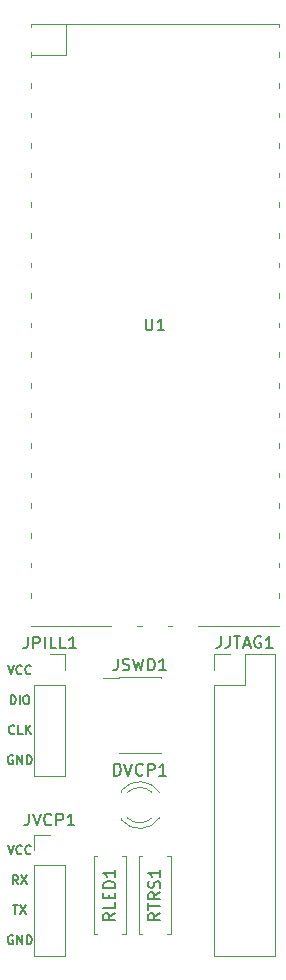
<source format=gbr>
%TF.GenerationSoftware,KiCad,Pcbnew,(6.0.6)*%
%TF.CreationDate,2022-08-06T18:53:41-04:00*%
%TF.ProjectId,freedap-pico,66726565-6461-4702-9d70-69636f2e6b69,rev?*%
%TF.SameCoordinates,Original*%
%TF.FileFunction,Legend,Top*%
%TF.FilePolarity,Positive*%
%FSLAX46Y46*%
G04 Gerber Fmt 4.6, Leading zero omitted, Abs format (unit mm)*
G04 Created by KiCad (PCBNEW (6.0.6)) date 2022-08-06 18:53:41*
%MOMM*%
%LPD*%
G01*
G04 APERTURE LIST*
%ADD10C,0.152400*%
%ADD11C,0.150000*%
%ADD12C,0.120000*%
G04 APERTURE END LIST*
D10*
X44323000Y-108294714D02*
X44069000Y-107931857D01*
X43887571Y-108294714D02*
X43887571Y-107532714D01*
X44177857Y-107532714D01*
X44250428Y-107569000D01*
X44286714Y-107605285D01*
X44323000Y-107677857D01*
X44323000Y-107786714D01*
X44286714Y-107859285D01*
X44250428Y-107895571D01*
X44177857Y-107931857D01*
X43887571Y-107931857D01*
X44577000Y-107532714D02*
X45085000Y-108294714D01*
X45085000Y-107532714D02*
X44577000Y-108294714D01*
X43434000Y-89752714D02*
X43688000Y-90514714D01*
X43942000Y-89752714D01*
X44631428Y-90442142D02*
X44595142Y-90478428D01*
X44486285Y-90514714D01*
X44413714Y-90514714D01*
X44304857Y-90478428D01*
X44232285Y-90405857D01*
X44196000Y-90333285D01*
X44159714Y-90188142D01*
X44159714Y-90079285D01*
X44196000Y-89934142D01*
X44232285Y-89861571D01*
X44304857Y-89789000D01*
X44413714Y-89752714D01*
X44486285Y-89752714D01*
X44595142Y-89789000D01*
X44631428Y-89825285D01*
X45393428Y-90442142D02*
X45357142Y-90478428D01*
X45248285Y-90514714D01*
X45175714Y-90514714D01*
X45066857Y-90478428D01*
X44994285Y-90405857D01*
X44958000Y-90333285D01*
X44921714Y-90188142D01*
X44921714Y-90079285D01*
X44958000Y-89934142D01*
X44994285Y-89861571D01*
X45066857Y-89789000D01*
X45175714Y-89752714D01*
X45248285Y-89752714D01*
X45357142Y-89789000D01*
X45393428Y-89825285D01*
X43434000Y-104992714D02*
X43688000Y-105754714D01*
X43942000Y-104992714D01*
X44631428Y-105682142D02*
X44595142Y-105718428D01*
X44486285Y-105754714D01*
X44413714Y-105754714D01*
X44304857Y-105718428D01*
X44232285Y-105645857D01*
X44196000Y-105573285D01*
X44159714Y-105428142D01*
X44159714Y-105319285D01*
X44196000Y-105174142D01*
X44232285Y-105101571D01*
X44304857Y-105029000D01*
X44413714Y-104992714D01*
X44486285Y-104992714D01*
X44595142Y-105029000D01*
X44631428Y-105065285D01*
X45393428Y-105682142D02*
X45357142Y-105718428D01*
X45248285Y-105754714D01*
X45175714Y-105754714D01*
X45066857Y-105718428D01*
X44994285Y-105645857D01*
X44958000Y-105573285D01*
X44921714Y-105428142D01*
X44921714Y-105319285D01*
X44958000Y-105174142D01*
X44994285Y-105101571D01*
X45066857Y-105029000D01*
X45175714Y-104992714D01*
X45248285Y-104992714D01*
X45357142Y-105029000D01*
X45393428Y-105065285D01*
X43869428Y-110072714D02*
X44304857Y-110072714D01*
X44087142Y-110834714D02*
X44087142Y-110072714D01*
X44486285Y-110072714D02*
X44994285Y-110834714D01*
X44994285Y-110072714D02*
X44486285Y-110834714D01*
X43996428Y-95522142D02*
X43960142Y-95558428D01*
X43851285Y-95594714D01*
X43778714Y-95594714D01*
X43669857Y-95558428D01*
X43597285Y-95485857D01*
X43561000Y-95413285D01*
X43524714Y-95268142D01*
X43524714Y-95159285D01*
X43561000Y-95014142D01*
X43597285Y-94941571D01*
X43669857Y-94869000D01*
X43778714Y-94832714D01*
X43851285Y-94832714D01*
X43960142Y-94869000D01*
X43996428Y-94905285D01*
X44685857Y-95594714D02*
X44323000Y-95594714D01*
X44323000Y-94832714D01*
X44939857Y-95594714D02*
X44939857Y-94832714D01*
X45375285Y-95594714D02*
X45048714Y-95159285D01*
X45375285Y-94832714D02*
X44939857Y-95268142D01*
X43869428Y-112649000D02*
X43796857Y-112612714D01*
X43688000Y-112612714D01*
X43579142Y-112649000D01*
X43506571Y-112721571D01*
X43470285Y-112794142D01*
X43434000Y-112939285D01*
X43434000Y-113048142D01*
X43470285Y-113193285D01*
X43506571Y-113265857D01*
X43579142Y-113338428D01*
X43688000Y-113374714D01*
X43760571Y-113374714D01*
X43869428Y-113338428D01*
X43905714Y-113302142D01*
X43905714Y-113048142D01*
X43760571Y-113048142D01*
X44232285Y-113374714D02*
X44232285Y-112612714D01*
X44667714Y-113374714D01*
X44667714Y-112612714D01*
X45030571Y-113374714D02*
X45030571Y-112612714D01*
X45212000Y-112612714D01*
X45320857Y-112649000D01*
X45393428Y-112721571D01*
X45429714Y-112794142D01*
X45466000Y-112939285D01*
X45466000Y-113048142D01*
X45429714Y-113193285D01*
X45393428Y-113265857D01*
X45320857Y-113338428D01*
X45212000Y-113374714D01*
X45030571Y-113374714D01*
X43869428Y-97409000D02*
X43796857Y-97372714D01*
X43688000Y-97372714D01*
X43579142Y-97409000D01*
X43506571Y-97481571D01*
X43470285Y-97554142D01*
X43434000Y-97699285D01*
X43434000Y-97808142D01*
X43470285Y-97953285D01*
X43506571Y-98025857D01*
X43579142Y-98098428D01*
X43688000Y-98134714D01*
X43760571Y-98134714D01*
X43869428Y-98098428D01*
X43905714Y-98062142D01*
X43905714Y-97808142D01*
X43760571Y-97808142D01*
X44232285Y-98134714D02*
X44232285Y-97372714D01*
X44667714Y-98134714D01*
X44667714Y-97372714D01*
X45030571Y-98134714D02*
X45030571Y-97372714D01*
X45212000Y-97372714D01*
X45320857Y-97409000D01*
X45393428Y-97481571D01*
X45429714Y-97554142D01*
X45466000Y-97699285D01*
X45466000Y-97808142D01*
X45429714Y-97953285D01*
X45393428Y-98025857D01*
X45320857Y-98098428D01*
X45212000Y-98134714D01*
X45030571Y-98134714D01*
X43669857Y-93054714D02*
X43669857Y-92292714D01*
X43851285Y-92292714D01*
X43960142Y-92329000D01*
X44032714Y-92401571D01*
X44069000Y-92474142D01*
X44105285Y-92619285D01*
X44105285Y-92728142D01*
X44069000Y-92873285D01*
X44032714Y-92945857D01*
X43960142Y-93018428D01*
X43851285Y-93054714D01*
X43669857Y-93054714D01*
X44431857Y-93054714D02*
X44431857Y-92292714D01*
X44939857Y-92292714D02*
X45085000Y-92292714D01*
X45157571Y-92329000D01*
X45230142Y-92401571D01*
X45266428Y-92546714D01*
X45266428Y-92800714D01*
X45230142Y-92945857D01*
X45157571Y-93018428D01*
X45085000Y-93054714D01*
X44939857Y-93054714D01*
X44867285Y-93018428D01*
X44794714Y-92945857D01*
X44758428Y-92800714D01*
X44758428Y-92546714D01*
X44794714Y-92401571D01*
X44867285Y-92329000D01*
X44939857Y-92292714D01*
D11*
%TO.C,JPILL1*%
X45109047Y-87336380D02*
X45109047Y-88050666D01*
X45061428Y-88193523D01*
X44966190Y-88288761D01*
X44823333Y-88336380D01*
X44728095Y-88336380D01*
X45585238Y-88336380D02*
X45585238Y-87336380D01*
X45966190Y-87336380D01*
X46061428Y-87384000D01*
X46109047Y-87431619D01*
X46156666Y-87526857D01*
X46156666Y-87669714D01*
X46109047Y-87764952D01*
X46061428Y-87812571D01*
X45966190Y-87860190D01*
X45585238Y-87860190D01*
X46585238Y-88336380D02*
X46585238Y-87336380D01*
X47537619Y-88336380D02*
X47061428Y-88336380D01*
X47061428Y-87336380D01*
X48347142Y-88336380D02*
X47870952Y-88336380D01*
X47870952Y-87336380D01*
X49204285Y-88336380D02*
X48632857Y-88336380D01*
X48918571Y-88336380D02*
X48918571Y-87336380D01*
X48823333Y-87479238D01*
X48728095Y-87574476D01*
X48632857Y-87622095D01*
%TO.C,JSWD1*%
X52729047Y-89197380D02*
X52729047Y-89911666D01*
X52681428Y-90054523D01*
X52586190Y-90149761D01*
X52443333Y-90197380D01*
X52348095Y-90197380D01*
X53157619Y-90149761D02*
X53300476Y-90197380D01*
X53538571Y-90197380D01*
X53633809Y-90149761D01*
X53681428Y-90102142D01*
X53729047Y-90006904D01*
X53729047Y-89911666D01*
X53681428Y-89816428D01*
X53633809Y-89768809D01*
X53538571Y-89721190D01*
X53348095Y-89673571D01*
X53252857Y-89625952D01*
X53205238Y-89578333D01*
X53157619Y-89483095D01*
X53157619Y-89387857D01*
X53205238Y-89292619D01*
X53252857Y-89245000D01*
X53348095Y-89197380D01*
X53586190Y-89197380D01*
X53729047Y-89245000D01*
X54062380Y-89197380D02*
X54300476Y-90197380D01*
X54490952Y-89483095D01*
X54681428Y-90197380D01*
X54919523Y-89197380D01*
X55300476Y-90197380D02*
X55300476Y-89197380D01*
X55538571Y-89197380D01*
X55681428Y-89245000D01*
X55776666Y-89340238D01*
X55824285Y-89435476D01*
X55871904Y-89625952D01*
X55871904Y-89768809D01*
X55824285Y-89959285D01*
X55776666Y-90054523D01*
X55681428Y-90149761D01*
X55538571Y-90197380D01*
X55300476Y-90197380D01*
X56824285Y-90197380D02*
X56252857Y-90197380D01*
X56538571Y-90197380D02*
X56538571Y-89197380D01*
X56443333Y-89340238D01*
X56348095Y-89435476D01*
X56252857Y-89483095D01*
%TO.C,JVCP1*%
X45228095Y-102322380D02*
X45228095Y-103036666D01*
X45180476Y-103179523D01*
X45085238Y-103274761D01*
X44942380Y-103322380D01*
X44847142Y-103322380D01*
X45561428Y-102322380D02*
X45894761Y-103322380D01*
X46228095Y-102322380D01*
X47132857Y-103227142D02*
X47085238Y-103274761D01*
X46942380Y-103322380D01*
X46847142Y-103322380D01*
X46704285Y-103274761D01*
X46609047Y-103179523D01*
X46561428Y-103084285D01*
X46513809Y-102893809D01*
X46513809Y-102750952D01*
X46561428Y-102560476D01*
X46609047Y-102465238D01*
X46704285Y-102370000D01*
X46847142Y-102322380D01*
X46942380Y-102322380D01*
X47085238Y-102370000D01*
X47132857Y-102417619D01*
X47561428Y-103322380D02*
X47561428Y-102322380D01*
X47942380Y-102322380D01*
X48037619Y-102370000D01*
X48085238Y-102417619D01*
X48132857Y-102512857D01*
X48132857Y-102655714D01*
X48085238Y-102750952D01*
X48037619Y-102798571D01*
X47942380Y-102846190D01*
X47561428Y-102846190D01*
X49085238Y-103322380D02*
X48513809Y-103322380D01*
X48799523Y-103322380D02*
X48799523Y-102322380D01*
X48704285Y-102465238D01*
X48609047Y-102560476D01*
X48513809Y-102608095D01*
%TO.C,U1*%
X55118095Y-60412380D02*
X55118095Y-61221904D01*
X55165714Y-61317142D01*
X55213333Y-61364761D01*
X55308571Y-61412380D01*
X55499047Y-61412380D01*
X55594285Y-61364761D01*
X55641904Y-61317142D01*
X55689523Y-61221904D01*
X55689523Y-60412380D01*
X56689523Y-61412380D02*
X56118095Y-61412380D01*
X56403809Y-61412380D02*
X56403809Y-60412380D01*
X56308571Y-60555238D01*
X56213333Y-60650476D01*
X56118095Y-60698095D01*
%TO.C,JJTAG1*%
X61471190Y-87297380D02*
X61471190Y-88011666D01*
X61423571Y-88154523D01*
X61328333Y-88249761D01*
X61185476Y-88297380D01*
X61090238Y-88297380D01*
X62233095Y-87297380D02*
X62233095Y-88011666D01*
X62185476Y-88154523D01*
X62090238Y-88249761D01*
X61947380Y-88297380D01*
X61852142Y-88297380D01*
X62566428Y-87297380D02*
X63137857Y-87297380D01*
X62852142Y-88297380D02*
X62852142Y-87297380D01*
X63423571Y-88011666D02*
X63899761Y-88011666D01*
X63328333Y-88297380D02*
X63661666Y-87297380D01*
X63995000Y-88297380D01*
X64852142Y-87345000D02*
X64756904Y-87297380D01*
X64614047Y-87297380D01*
X64471190Y-87345000D01*
X64375952Y-87440238D01*
X64328333Y-87535476D01*
X64280714Y-87725952D01*
X64280714Y-87868809D01*
X64328333Y-88059285D01*
X64375952Y-88154523D01*
X64471190Y-88249761D01*
X64614047Y-88297380D01*
X64709285Y-88297380D01*
X64852142Y-88249761D01*
X64899761Y-88202142D01*
X64899761Y-87868809D01*
X64709285Y-87868809D01*
X65852142Y-88297380D02*
X65280714Y-88297380D01*
X65566428Y-88297380D02*
X65566428Y-87297380D01*
X65471190Y-87440238D01*
X65375952Y-87535476D01*
X65280714Y-87583095D01*
%TO.C,RLED1*%
X52522380Y-110743809D02*
X52046190Y-111077142D01*
X52522380Y-111315238D02*
X51522380Y-111315238D01*
X51522380Y-110934285D01*
X51570000Y-110839047D01*
X51617619Y-110791428D01*
X51712857Y-110743809D01*
X51855714Y-110743809D01*
X51950952Y-110791428D01*
X51998571Y-110839047D01*
X52046190Y-110934285D01*
X52046190Y-111315238D01*
X52522380Y-109839047D02*
X52522380Y-110315238D01*
X51522380Y-110315238D01*
X51998571Y-109505714D02*
X51998571Y-109172380D01*
X52522380Y-109029523D02*
X52522380Y-109505714D01*
X51522380Y-109505714D01*
X51522380Y-109029523D01*
X52522380Y-108600952D02*
X51522380Y-108600952D01*
X51522380Y-108362857D01*
X51570000Y-108220000D01*
X51665238Y-108124761D01*
X51760476Y-108077142D01*
X51950952Y-108029523D01*
X52093809Y-108029523D01*
X52284285Y-108077142D01*
X52379523Y-108124761D01*
X52474761Y-108220000D01*
X52522380Y-108362857D01*
X52522380Y-108600952D01*
X52522380Y-107077142D02*
X52522380Y-107648571D01*
X52522380Y-107362857D02*
X51522380Y-107362857D01*
X51665238Y-107458095D01*
X51760476Y-107553333D01*
X51808095Y-107648571D01*
%TO.C,DVCP1*%
X52443333Y-99092380D02*
X52443333Y-98092380D01*
X52681428Y-98092380D01*
X52824285Y-98140000D01*
X52919523Y-98235238D01*
X52967142Y-98330476D01*
X53014761Y-98520952D01*
X53014761Y-98663809D01*
X52967142Y-98854285D01*
X52919523Y-98949523D01*
X52824285Y-99044761D01*
X52681428Y-99092380D01*
X52443333Y-99092380D01*
X53300476Y-98092380D02*
X53633809Y-99092380D01*
X53967142Y-98092380D01*
X54871904Y-98997142D02*
X54824285Y-99044761D01*
X54681428Y-99092380D01*
X54586190Y-99092380D01*
X54443333Y-99044761D01*
X54348095Y-98949523D01*
X54300476Y-98854285D01*
X54252857Y-98663809D01*
X54252857Y-98520952D01*
X54300476Y-98330476D01*
X54348095Y-98235238D01*
X54443333Y-98140000D01*
X54586190Y-98092380D01*
X54681428Y-98092380D01*
X54824285Y-98140000D01*
X54871904Y-98187619D01*
X55300476Y-99092380D02*
X55300476Y-98092380D01*
X55681428Y-98092380D01*
X55776666Y-98140000D01*
X55824285Y-98187619D01*
X55871904Y-98282857D01*
X55871904Y-98425714D01*
X55824285Y-98520952D01*
X55776666Y-98568571D01*
X55681428Y-98616190D01*
X55300476Y-98616190D01*
X56824285Y-99092380D02*
X56252857Y-99092380D01*
X56538571Y-99092380D02*
X56538571Y-98092380D01*
X56443333Y-98235238D01*
X56348095Y-98330476D01*
X56252857Y-98378095D01*
%TO.C,RTRS1*%
X56332380Y-110743809D02*
X55856190Y-111077142D01*
X56332380Y-111315238D02*
X55332380Y-111315238D01*
X55332380Y-110934285D01*
X55380000Y-110839047D01*
X55427619Y-110791428D01*
X55522857Y-110743809D01*
X55665714Y-110743809D01*
X55760952Y-110791428D01*
X55808571Y-110839047D01*
X55856190Y-110934285D01*
X55856190Y-111315238D01*
X55332380Y-110458095D02*
X55332380Y-109886666D01*
X56332380Y-110172380D02*
X55332380Y-110172380D01*
X56332380Y-108981904D02*
X55856190Y-109315238D01*
X56332380Y-109553333D02*
X55332380Y-109553333D01*
X55332380Y-109172380D01*
X55380000Y-109077142D01*
X55427619Y-109029523D01*
X55522857Y-108981904D01*
X55665714Y-108981904D01*
X55760952Y-109029523D01*
X55808571Y-109077142D01*
X55856190Y-109172380D01*
X55856190Y-109553333D01*
X56284761Y-108600952D02*
X56332380Y-108458095D01*
X56332380Y-108220000D01*
X56284761Y-108124761D01*
X56237142Y-108077142D01*
X56141904Y-108029523D01*
X56046666Y-108029523D01*
X55951428Y-108077142D01*
X55903809Y-108124761D01*
X55856190Y-108220000D01*
X55808571Y-108410476D01*
X55760952Y-108505714D01*
X55713333Y-108553333D01*
X55618095Y-108600952D01*
X55522857Y-108600952D01*
X55427619Y-108553333D01*
X55380000Y-108505714D01*
X55332380Y-108410476D01*
X55332380Y-108172380D01*
X55380000Y-108029523D01*
X56332380Y-107077142D02*
X56332380Y-107648571D01*
X56332380Y-107362857D02*
X55332380Y-107362857D01*
X55475238Y-107458095D01*
X55570476Y-107553333D01*
X55618095Y-107648571D01*
D12*
%TO.C,JPILL1*%
X46990000Y-88840000D02*
X48320000Y-88840000D01*
X45660000Y-91440000D02*
X45660000Y-99120000D01*
X48320000Y-88840000D02*
X48320000Y-90170000D01*
X48320000Y-91440000D02*
X48320000Y-99120000D01*
X45660000Y-99120000D02*
X48320000Y-99120000D01*
X45660000Y-91440000D02*
X48320000Y-91440000D01*
%TO.C,JSWD1*%
X56375000Y-97150000D02*
X56375000Y-97215000D01*
X56375000Y-90745000D02*
X56375000Y-90810000D01*
X51520000Y-90810000D02*
X52845000Y-90810000D01*
X52845000Y-97215000D02*
X56375000Y-97215000D01*
X52845000Y-90745000D02*
X56375000Y-90745000D01*
X52845000Y-97150000D02*
X52845000Y-97215000D01*
X52845000Y-90745000D02*
X52845000Y-90810000D01*
%TO.C,JVCP1*%
X45660000Y-104090000D02*
X46990000Y-104090000D01*
X48320000Y-106690000D02*
X48320000Y-114370000D01*
X45660000Y-105420000D02*
X45660000Y-104090000D01*
X45660000Y-114370000D02*
X48320000Y-114370000D01*
X45660000Y-106690000D02*
X48320000Y-106690000D01*
X45660000Y-106690000D02*
X45660000Y-114370000D01*
%TO.C,U1*%
X66380000Y-55660000D02*
X66380000Y-56060000D01*
X66380000Y-60760000D02*
X66380000Y-61160000D01*
X48387000Y-38127000D02*
X48387000Y-35460000D01*
X66380000Y-73460000D02*
X66380000Y-73860000D01*
X45380000Y-73460000D02*
X45380000Y-73860000D01*
X66380000Y-76060000D02*
X66380000Y-76460000D01*
X45380000Y-55660000D02*
X45380000Y-56060000D01*
X45380000Y-42960000D02*
X45380000Y-43360000D01*
X66380000Y-53160000D02*
X66380000Y-53560000D01*
X66380000Y-37860000D02*
X66380000Y-38260000D01*
X45380000Y-58260000D02*
X45380000Y-58660000D01*
X66380000Y-68360000D02*
X66380000Y-68760000D01*
X66380000Y-58260000D02*
X66380000Y-58660000D01*
X45380000Y-45560000D02*
X45380000Y-45960000D01*
X66380000Y-70960000D02*
X66380000Y-71360000D01*
X66380000Y-40460000D02*
X66380000Y-40860000D01*
X66380000Y-42960000D02*
X66380000Y-43360000D01*
X45380000Y-48060000D02*
X45380000Y-48460000D01*
X45380000Y-60760000D02*
X45380000Y-61160000D01*
X66380000Y-45560000D02*
X66380000Y-45960000D01*
X66380000Y-35460000D02*
X66380000Y-35760000D01*
X66380000Y-50560000D02*
X66380000Y-50960000D01*
X45380000Y-38127000D02*
X48387000Y-38127000D01*
X45380000Y-81060000D02*
X45380000Y-81460000D01*
X45380000Y-63260000D02*
X45380000Y-63660000D01*
X45380000Y-35460000D02*
X66380000Y-35460000D01*
X66380000Y-48060000D02*
X66380000Y-48460000D01*
X54380000Y-86460000D02*
X54780000Y-86460000D01*
X45380000Y-37860000D02*
X45380000Y-38260000D01*
X66380000Y-65860000D02*
X66380000Y-66260000D01*
X66380000Y-78560000D02*
X66380000Y-78960000D01*
X45380000Y-65860000D02*
X45380000Y-66260000D01*
X66380000Y-81060000D02*
X66380000Y-81460000D01*
X45380000Y-70960000D02*
X45380000Y-71360000D01*
X66380000Y-86460000D02*
X59580000Y-86460000D01*
X45380000Y-78560000D02*
X45380000Y-78960000D01*
X45380000Y-53160000D02*
X45380000Y-53560000D01*
X52180000Y-86460000D02*
X45380000Y-86460000D01*
X45380000Y-50560000D02*
X45380000Y-50960000D01*
X45380000Y-76060000D02*
X45380000Y-76460000D01*
X56980000Y-86460000D02*
X57380000Y-86460000D01*
X45380000Y-68360000D02*
X45380000Y-68760000D01*
X45380000Y-35460000D02*
X45380000Y-35760000D01*
X45380000Y-40460000D02*
X45380000Y-40860000D01*
X66380000Y-83660000D02*
X66380000Y-84060000D01*
X66380000Y-63260000D02*
X66380000Y-63660000D01*
X45380000Y-83660000D02*
X45380000Y-84060000D01*
%TO.C,JJTAG1*%
X63495000Y-91445000D02*
X63495000Y-88845000D01*
X66095000Y-88845000D02*
X66095000Y-114365000D01*
X60895000Y-91445000D02*
X63495000Y-91445000D01*
X60895000Y-91445000D02*
X60895000Y-114365000D01*
X60895000Y-88845000D02*
X62225000Y-88845000D01*
X63495000Y-88845000D02*
X66095000Y-88845000D01*
X60895000Y-90175000D02*
X60895000Y-88845000D01*
X60895000Y-114365000D02*
X66095000Y-114365000D01*
%TO.C,RLED1*%
X53440000Y-105950000D02*
X53440000Y-112490000D01*
X53110000Y-105950000D02*
X53440000Y-105950000D01*
X53440000Y-112490000D02*
X53110000Y-112490000D01*
X51030000Y-105950000D02*
X50700000Y-105950000D01*
X50700000Y-112490000D02*
X51030000Y-112490000D01*
X50700000Y-105950000D02*
X50700000Y-112490000D01*
%TO.C,DVCP1*%
X53050000Y-100364000D02*
X53050000Y-100520000D01*
X53050000Y-102680000D02*
X53050000Y-102836000D01*
X55651130Y-100520163D02*
G75*
G03*
X53569039Y-100520000I-1041130J-1079837D01*
G01*
X53569039Y-102680000D02*
G75*
G03*
X55651130Y-102679837I1040961J1080000D01*
G01*
X53050000Y-102835516D02*
G75*
G03*
X56282335Y-102678608I1560000J1235516D01*
G01*
X56282335Y-100521392D02*
G75*
G03*
X53050000Y-100364484I-1672335J-1078608D01*
G01*
%TO.C,RTRS1*%
X54840000Y-112490000D02*
X54510000Y-112490000D01*
X54510000Y-105950000D02*
X54840000Y-105950000D01*
X54510000Y-112490000D02*
X54510000Y-105950000D01*
X57250000Y-112490000D02*
X57250000Y-105950000D01*
X57250000Y-105950000D02*
X56920000Y-105950000D01*
X56920000Y-112490000D02*
X57250000Y-112490000D01*
%TD*%
M02*

</source>
